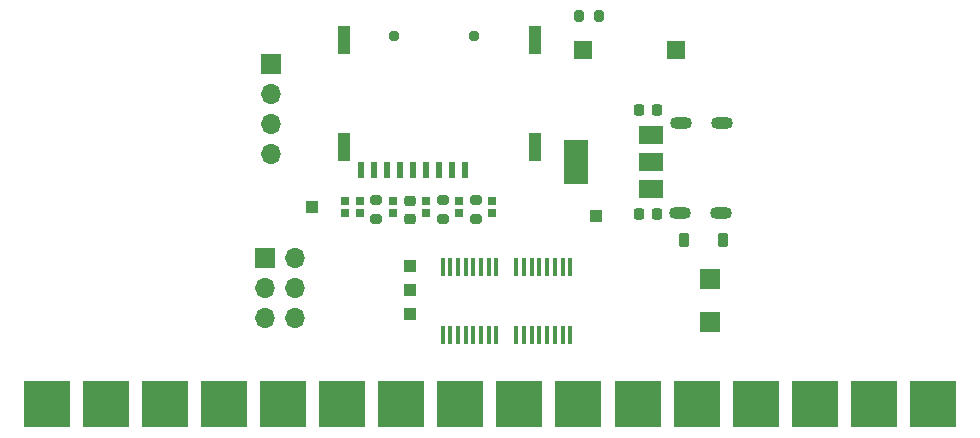
<source format=gbr>
%TF.GenerationSoftware,KiCad,Pcbnew,(7.0.0)*%
%TF.CreationDate,2024-08-27T08:05:48+05:30*%
%TF.ProjectId,Temperature Thing With Thermocouple 3V3,54656d70-6572-4617-9475-726520546869,v2.0.1*%
%TF.SameCoordinates,Original*%
%TF.FileFunction,Soldermask,Bot*%
%TF.FilePolarity,Negative*%
%FSLAX46Y46*%
G04 Gerber Fmt 4.6, Leading zero omitted, Abs format (unit mm)*
G04 Created by KiCad (PCBNEW (7.0.0)) date 2024-08-27 08:05:48*
%MOMM*%
%LPD*%
G01*
G04 APERTURE LIST*
G04 Aperture macros list*
%AMRoundRect*
0 Rectangle with rounded corners*
0 $1 Rounding radius*
0 $2 $3 $4 $5 $6 $7 $8 $9 X,Y pos of 4 corners*
0 Add a 4 corners polygon primitive as box body*
4,1,4,$2,$3,$4,$5,$6,$7,$8,$9,$2,$3,0*
0 Add four circle primitives for the rounded corners*
1,1,$1+$1,$2,$3*
1,1,$1+$1,$4,$5*
1,1,$1+$1,$6,$7*
1,1,$1+$1,$8,$9*
0 Add four rect primitives between the rounded corners*
20,1,$1+$1,$2,$3,$4,$5,0*
20,1,$1+$1,$4,$5,$6,$7,0*
20,1,$1+$1,$6,$7,$8,$9,0*
20,1,$1+$1,$8,$9,$2,$3,0*%
G04 Aperture macros list end*
%ADD10R,4.000000X4.000000*%
%ADD11R,1.700000X1.700000*%
%ADD12O,1.700000X1.700000*%
%ADD13O,1.850000X1.050000*%
%ADD14R,1.000000X1.000000*%
%ADD15RoundRect,0.225000X-0.250000X0.225000X-0.250000X-0.225000X0.250000X-0.225000X0.250000X0.225000X0*%
%ADD16RoundRect,0.200000X-0.275000X0.200000X-0.275000X-0.200000X0.275000X-0.200000X0.275000X0.200000X0*%
%ADD17R,0.650000X0.650000*%
%ADD18R,2.000000X1.500000*%
%ADD19R,2.000000X3.800000*%
%ADD20R,0.450000X1.600000*%
%ADD21RoundRect,0.200000X0.200000X0.275000X-0.200000X0.275000X-0.200000X-0.275000X0.200000X-0.275000X0*%
%ADD22RoundRect,0.225000X-0.225000X-0.375000X0.225000X-0.375000X0.225000X0.375000X-0.225000X0.375000X0*%
%ADD23RoundRect,0.225000X-0.225000X-0.250000X0.225000X-0.250000X0.225000X0.250000X-0.225000X0.250000X0*%
%ADD24R,1.500000X1.500000*%
%ADD25RoundRect,0.200000X0.275000X-0.200000X0.275000X0.200000X-0.275000X0.200000X-0.275000X-0.200000X0*%
%ADD26C,0.950000*%
%ADD27R,1.100000X2.400000*%
%ADD28R,0.620000X1.400000*%
G04 APERTURE END LIST*
D10*
%TO.C,J7*%
X166499999Y-115999999D03*
%TD*%
D11*
%TO.C,J18*%
X119999999Y-103674999D03*
D12*
X122539999Y-103674999D03*
X119999999Y-106214999D03*
X122539999Y-106214999D03*
X119999999Y-108754999D03*
X122539999Y-108754999D03*
%TD*%
D10*
%TO.C,J10*%
X121499999Y-115999999D03*
%TD*%
%TO.C,J15*%
X141499999Y-115999999D03*
%TD*%
D13*
%TO.C,J13*%
X155124999Y-99799999D03*
X158574999Y-99799999D03*
X155174999Y-92199999D03*
X158624999Y-92199999D03*
%TD*%
D11*
%TO.C,J16*%
X157679999Y-105399999D03*
%TD*%
D10*
%TO.C,J11*%
X131499999Y-115999999D03*
%TD*%
%TO.C,J2*%
X126499999Y-115999999D03*
%TD*%
%TO.C,J8*%
X156499999Y-115999999D03*
%TD*%
%TO.C,J1*%
X116499999Y-115999999D03*
%TD*%
D11*
%TO.C,J21*%
X120499999Y-87199999D03*
D12*
X120499999Y-89739999D03*
X120499999Y-92279999D03*
X120499999Y-94819999D03*
%TD*%
D10*
%TO.C,J4*%
X106499999Y-115999999D03*
%TD*%
%TO.C,J6*%
X146499999Y-115999999D03*
%TD*%
%TO.C,J12*%
X101499999Y-115999999D03*
%TD*%
%TO.C,J3*%
X136499999Y-115999999D03*
%TD*%
%TO.C,J14*%
X171499999Y-115999999D03*
%TD*%
%TO.C,J17*%
X161499999Y-115999999D03*
%TD*%
%TO.C,J5*%
X176499999Y-115999999D03*
%TD*%
%TO.C,J9*%
X111499999Y-115999999D03*
%TD*%
%TO.C,J19*%
X151499999Y-115999999D03*
%TD*%
D11*
%TO.C,J20*%
X157629999Y-109049999D03*
%TD*%
D14*
%TO.C,TP12*%
X123974999Y-99299999D03*
%TD*%
D15*
%TO.C,C14*%
X132200000Y-98775000D03*
X132200000Y-100325000D03*
%TD*%
D16*
%TO.C,R12*%
X137800000Y-98725000D03*
X137800000Y-100375000D03*
%TD*%
D17*
%TO.C,RV1*%
X130799999Y-99799999D03*
X130799999Y-98799999D03*
%TD*%
D18*
%TO.C,U8*%
X152624999Y-93199999D03*
X152624999Y-95499999D03*
D19*
X146324999Y-95499999D03*
D18*
X152624999Y-97799999D03*
%TD*%
D14*
%TO.C,TP9*%
X132274999Y-108349999D03*
%TD*%
D20*
%TO.C,U3*%
X145799999Y-110124999D03*
X145149999Y-110124999D03*
X144499999Y-110124999D03*
X143849999Y-110124999D03*
X143199999Y-110124999D03*
X142549999Y-110124999D03*
X141899999Y-110124999D03*
X141249999Y-110124999D03*
X141249999Y-104374999D03*
X141899999Y-104374999D03*
X142549999Y-104374999D03*
X143199999Y-104374999D03*
X143849999Y-104374999D03*
X144499999Y-104374999D03*
X145149999Y-104374999D03*
X145799999Y-104374999D03*
%TD*%
D21*
%TO.C,R3*%
X148225000Y-83175000D03*
X146575000Y-83175000D03*
%TD*%
D17*
%TO.C,RV3*%
X139199999Y-99799999D03*
X139199999Y-98799999D03*
%TD*%
D22*
%TO.C,D6*%
X155430000Y-102150000D03*
X158730000Y-102150000D03*
%TD*%
D23*
%TO.C,C17*%
X151625000Y-99925000D03*
X153175000Y-99925000D03*
%TD*%
D17*
%TO.C,RV4*%
X136399999Y-99799999D03*
X136399999Y-98799999D03*
%TD*%
%TO.C,RV6*%
X126699999Y-99799999D03*
X126699999Y-98799999D03*
%TD*%
D24*
%TO.C,SW1*%
X154724999Y-86049999D03*
X146924999Y-86049999D03*
%TD*%
D14*
%TO.C,TP7*%
X132274999Y-104349999D03*
%TD*%
D17*
%TO.C,RV5*%
X133599999Y-99799999D03*
X133599999Y-98799999D03*
%TD*%
D25*
%TO.C,R13*%
X135000000Y-100375000D03*
X135000000Y-98725000D03*
%TD*%
D14*
%TO.C,TP5*%
X148024999Y-100099999D03*
%TD*%
D26*
%TO.C,U4*%
X130850000Y-84805000D03*
X137650000Y-84805000D03*
D27*
X126674999Y-94224999D03*
X126674999Y-85224999D03*
X142824999Y-85224999D03*
X142824999Y-94224999D03*
D28*
X136854999Y-96224999D03*
X135754999Y-96224999D03*
X134654999Y-96224999D03*
X133554999Y-96224999D03*
X132454999Y-96224999D03*
X131354999Y-96224999D03*
X130254999Y-96224999D03*
X129154999Y-96224999D03*
X128054999Y-96224999D03*
%TD*%
D17*
%TO.C,RV2*%
X127999999Y-99799999D03*
X127999999Y-98799999D03*
%TD*%
D25*
%TO.C,R11*%
X129400000Y-100375000D03*
X129400000Y-98725000D03*
%TD*%
D20*
%TO.C,U6*%
X139549999Y-110124999D03*
X138899999Y-110124999D03*
X138249999Y-110124999D03*
X137599999Y-110124999D03*
X136949999Y-110124999D03*
X136299999Y-110124999D03*
X135649999Y-110124999D03*
X134999999Y-110124999D03*
X134999999Y-104374999D03*
X135649999Y-104374999D03*
X136299999Y-104374999D03*
X136949999Y-104374999D03*
X137599999Y-104374999D03*
X138249999Y-104374999D03*
X138899999Y-104374999D03*
X139549999Y-104374999D03*
%TD*%
D14*
%TO.C,TP8*%
X132274999Y-106349999D03*
%TD*%
D23*
%TO.C,C18*%
X151625000Y-91075000D03*
X153175000Y-91075000D03*
%TD*%
M02*

</source>
